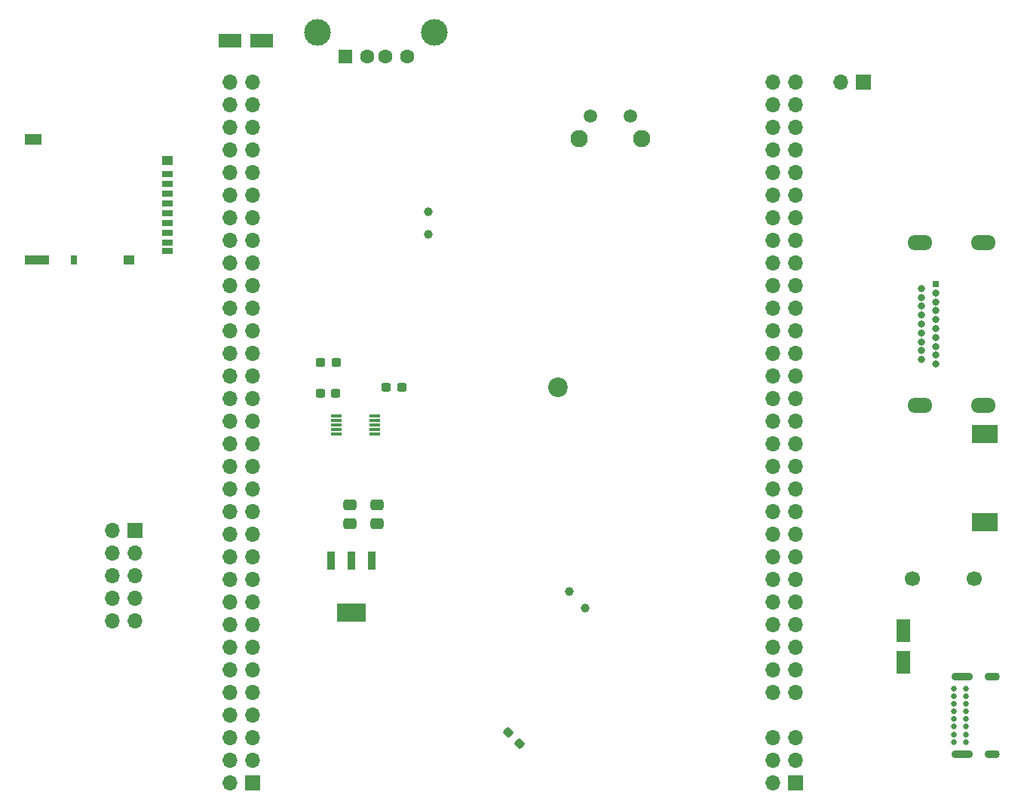
<source format=gbr>
%TF.GenerationSoftware,KiCad,Pcbnew,7.0.1*%
%TF.CreationDate,2023-08-01T19:12:31-07:00*%
%TF.ProjectId,expansionboardA,65787061-6e73-4696-9f6e-626f61726441,3*%
%TF.SameCoordinates,Original*%
%TF.FileFunction,Soldermask,Bot*%
%TF.FilePolarity,Negative*%
%FSLAX46Y46*%
G04 Gerber Fmt 4.6, Leading zero omitted, Abs format (unit mm)*
G04 Created by KiCad (PCBNEW 7.0.1) date 2023-08-01 19:12:31*
%MOMM*%
%LPD*%
G01*
G04 APERTURE LIST*
G04 Aperture macros list*
%AMRoundRect*
0 Rectangle with rounded corners*
0 $1 Rounding radius*
0 $2 $3 $4 $5 $6 $7 $8 $9 X,Y pos of 4 corners*
0 Add a 4 corners polygon primitive as box body*
4,1,4,$2,$3,$4,$5,$6,$7,$8,$9,$2,$3,0*
0 Add four circle primitives for the rounded corners*
1,1,$1+$1,$2,$3*
1,1,$1+$1,$4,$5*
1,1,$1+$1,$6,$7*
1,1,$1+$1,$8,$9*
0 Add four rect primitives between the rounded corners*
20,1,$1+$1,$2,$3,$4,$5,0*
20,1,$1+$1,$4,$5,$6,$7,0*
20,1,$1+$1,$6,$7,$8,$9,0*
20,1,$1+$1,$8,$9,$2,$3,0*%
G04 Aperture macros list end*
%ADD10R,1.308100X0.304800*%
%ADD11C,1.498000*%
%ADD12C,1.950000*%
%ADD13R,3.000000X2.000000*%
%ADD14R,1.700000X1.700000*%
%ADD15O,1.700000X1.700000*%
%ADD16C,1.700000*%
%ADD17C,1.000000*%
%ADD18C,2.200000*%
%ADD19RoundRect,0.237500X0.344715X-0.008839X-0.008839X0.344715X-0.344715X0.008839X0.008839X-0.344715X0*%
%ADD20R,0.950000X2.150000*%
%ADD21R,3.250000X2.150000*%
%ADD22RoundRect,0.250000X0.550000X-1.050000X0.550000X1.050000X-0.550000X1.050000X-0.550000X-1.050000X0*%
%ADD23RoundRect,0.237500X-0.300000X-0.237500X0.300000X-0.237500X0.300000X0.237500X-0.300000X0.237500X0*%
%ADD24RoundRect,0.250000X1.050000X0.550000X-1.050000X0.550000X-1.050000X-0.550000X1.050000X-0.550000X0*%
%ADD25C,0.650000*%
%ADD26O,1.700000X0.900000*%
%ADD27O,2.400000X0.900000*%
%ADD28R,0.800000X0.800000*%
%ADD29C,0.800000*%
%ADD30O,2.800000X1.700000*%
%ADD31R,1.200000X0.700000*%
%ADD32R,1.200000X1.000000*%
%ADD33R,2.800000X1.000000*%
%ADD34R,1.900000X1.300000*%
%ADD35R,0.800000X1.000000*%
%ADD36RoundRect,0.250000X0.475000X-0.337500X0.475000X0.337500X-0.475000X0.337500X-0.475000X-0.337500X0*%
%ADD37R,1.600000X1.500000*%
%ADD38C,1.600000*%
%ADD39C,3.000000*%
G04 APERTURE END LIST*
D10*
%TO.C,U6*%
X57683400Y-82702400D03*
X57683400Y-82194400D03*
X57683400Y-81686400D03*
X57683400Y-81178400D03*
X57683400Y-80670400D03*
X61988700Y-80670400D03*
X61988700Y-81178400D03*
X61988700Y-81686400D03*
X61988700Y-82194400D03*
X61988700Y-82702400D03*
%TD*%
D11*
%TO.C,RESETN1*%
X90678000Y-46990000D03*
X86178000Y-46990000D03*
D12*
X91933000Y-49480000D03*
X84923000Y-49480000D03*
%TD*%
D13*
%TO.C,LSRIGHT1*%
X130498000Y-92555000D03*
X130498000Y-82705000D03*
%TD*%
D14*
%TO.C,ADC1*%
X35052000Y-93566000D03*
D15*
X32512000Y-93566000D03*
X35052000Y-96106000D03*
X32512000Y-96106000D03*
X35052000Y-98646000D03*
X32512000Y-98646000D03*
X35052000Y-101186000D03*
X32512000Y-101186000D03*
X35052000Y-103726000D03*
X32512000Y-103726000D03*
%TD*%
D16*
%TO.C,AU1*%
X129297000Y-98916000D03*
X122297000Y-98916000D03*
%TD*%
D17*
%TO.C,Y1*%
X85608971Y-102212210D03*
X83812920Y-100416159D03*
%TD*%
D18*
%TO.C,REF\u002A\u002A*%
X82550000Y-77470000D03*
%TD*%
D14*
%TO.C,J4*%
X116845000Y-43180000D03*
D15*
X114305000Y-43180000D03*
%TD*%
D17*
%TO.C,Y2*%
X67976800Y-60278800D03*
X67976800Y-57738800D03*
%TD*%
D19*
%TO.C,R19*%
X78218735Y-117485235D03*
X76928265Y-116194765D03*
%TD*%
D20*
%TO.C,VR1*%
X57009000Y-96951800D03*
X59309000Y-96951800D03*
X61609000Y-96951800D03*
D21*
X59309000Y-102751800D03*
%TD*%
D22*
%TO.C,C5*%
X121285000Y-108375000D03*
X121285000Y-104775000D03*
%TD*%
D23*
%TO.C,C12*%
X63272500Y-77470000D03*
X64997500Y-77470000D03*
%TD*%
D24*
%TO.C,C20*%
X49276000Y-38481000D03*
X45676000Y-38481000D03*
%TD*%
D14*
%TO.C,U2*%
X48220000Y-121920000D03*
D15*
X45680000Y-121920000D03*
X48220000Y-119380000D03*
X45680000Y-119380000D03*
X48220000Y-116840000D03*
X45680000Y-116840000D03*
X48220000Y-114300000D03*
X45680000Y-114300000D03*
X48220000Y-111760000D03*
X45680000Y-111760000D03*
X48220000Y-109220000D03*
X45680000Y-109220000D03*
X48220000Y-106680000D03*
X45680000Y-106680000D03*
X48220000Y-104140000D03*
X45680000Y-104140000D03*
X48220000Y-101600000D03*
X45680000Y-101600000D03*
X48220000Y-99060000D03*
X45680000Y-99060000D03*
X48220000Y-96520000D03*
X45680000Y-96520000D03*
X48220000Y-93980000D03*
X45680000Y-93980000D03*
X48220000Y-91440000D03*
X45680000Y-91440000D03*
X48220000Y-88900000D03*
X45680000Y-88900000D03*
X48220000Y-86360000D03*
X45680000Y-86360000D03*
X48220000Y-83820000D03*
X45680000Y-83820000D03*
X48220000Y-81280000D03*
X45680000Y-81280000D03*
X48220000Y-78740000D03*
X45680000Y-78740000D03*
X48220000Y-76200000D03*
X45680000Y-76200000D03*
X48220000Y-73660000D03*
X45680000Y-73660000D03*
X48220000Y-71120000D03*
X45680000Y-71120000D03*
X48220000Y-68580000D03*
X45680000Y-68580000D03*
X48220000Y-66040000D03*
X45680000Y-66040000D03*
X48220000Y-63500000D03*
X45680000Y-63500000D03*
X48220000Y-60960000D03*
X45680000Y-60960000D03*
X48220000Y-58420000D03*
X45680000Y-58420000D03*
X48220000Y-55880000D03*
X45680000Y-55880000D03*
X48220000Y-53340000D03*
X45680000Y-53340000D03*
X48220000Y-50800000D03*
X45680000Y-50800000D03*
X48220000Y-48260000D03*
X45680000Y-48260000D03*
X48220000Y-45720000D03*
X45680000Y-45720000D03*
X48220000Y-43180000D03*
X45680000Y-43180000D03*
%TD*%
D14*
%TO.C,U4*%
X109220000Y-121920000D03*
D15*
X106680000Y-121920000D03*
X109220000Y-119380000D03*
X106680000Y-119380000D03*
X109220000Y-116840000D03*
X106680000Y-116840000D03*
X109220000Y-111760000D03*
X106680000Y-111760000D03*
X109220000Y-109220000D03*
X106680000Y-109220000D03*
X109220000Y-106680000D03*
X106680000Y-106680000D03*
X109220000Y-104140000D03*
X106680000Y-104140000D03*
X109220000Y-101600000D03*
X106680000Y-101600000D03*
X109220000Y-99060000D03*
X106680000Y-99060000D03*
X109220000Y-96520000D03*
X106680000Y-96520000D03*
X109220000Y-93980000D03*
X106680000Y-93980000D03*
X109220000Y-91440000D03*
X106680000Y-91440000D03*
X109220000Y-88900000D03*
X106680000Y-88900000D03*
X109220000Y-86360000D03*
X106680000Y-86360000D03*
X109220000Y-83820000D03*
X106680000Y-83820000D03*
X109220000Y-81280000D03*
X106680000Y-81280000D03*
X109220000Y-78740000D03*
X106680000Y-78740000D03*
X109220000Y-76200000D03*
X106680000Y-76200000D03*
X109220000Y-73660000D03*
X106680000Y-73660000D03*
X109220000Y-71120000D03*
X106680000Y-71120000D03*
X109220000Y-68580000D03*
X106680000Y-68580000D03*
X109220000Y-66040000D03*
X106680000Y-66040000D03*
X109220000Y-63500000D03*
X106680000Y-63500000D03*
X109220000Y-60960000D03*
X106680000Y-60960000D03*
X109220000Y-58420000D03*
X106680000Y-58420000D03*
X109220000Y-55880000D03*
X106680000Y-55880000D03*
X109220000Y-53340000D03*
X106680000Y-53340000D03*
X109220000Y-50800000D03*
X106680000Y-50800000D03*
X109220000Y-48260000D03*
X106680000Y-48260000D03*
X109220000Y-45720000D03*
X106680000Y-45720000D03*
X109220000Y-43180000D03*
X106680000Y-43180000D03*
%TD*%
D25*
%TO.C,P1*%
X126958000Y-111332000D03*
X126958000Y-112182000D03*
X126958000Y-113032000D03*
X126958000Y-113882000D03*
X126958000Y-114732000D03*
X126958000Y-115582000D03*
X126958000Y-116432000D03*
X126958000Y-117282000D03*
X128308000Y-117282000D03*
X128308000Y-116432000D03*
X128308000Y-115582000D03*
X128308000Y-114732000D03*
X128308000Y-113882000D03*
X128308000Y-113032000D03*
X128308000Y-112182000D03*
X128308000Y-111332000D03*
D26*
X131318000Y-109982000D03*
X131318000Y-118632000D03*
D27*
X127938000Y-109982000D03*
X127938000Y-118632000D03*
%TD*%
D28*
%TO.C,J3*%
X124922000Y-65832600D03*
D29*
X123372000Y-66332600D03*
X124922000Y-66832600D03*
X123372000Y-67332600D03*
X124922000Y-67832600D03*
X123372000Y-68332600D03*
X124922000Y-68832600D03*
X123372000Y-69332600D03*
X124922000Y-69832600D03*
X123372000Y-70332600D03*
X124922000Y-70832600D03*
X123372000Y-71332600D03*
X124922000Y-71832600D03*
X123372000Y-72332600D03*
X124922000Y-72832600D03*
X123372000Y-73332600D03*
X124922000Y-73832600D03*
X123372000Y-74332600D03*
X124922000Y-74832600D03*
D30*
X123202000Y-79482600D03*
X123202000Y-61182600D03*
X130302000Y-61182600D03*
X130302000Y-79482600D03*
%TD*%
D31*
%TO.C,CRD1*%
X38671200Y-53492000D03*
X38671200Y-54592000D03*
X38671200Y-55692000D03*
X38671200Y-56792000D03*
X38671200Y-57892000D03*
X38671200Y-58992000D03*
X38671200Y-60092000D03*
X38671200Y-61192000D03*
D32*
X34371200Y-63092000D03*
D33*
X24021200Y-63092000D03*
D34*
X23571200Y-49592000D03*
D32*
X38671200Y-51942000D03*
D35*
X28171200Y-63092000D03*
D31*
X38671200Y-62142000D03*
%TD*%
D36*
%TO.C,C6*%
X59182000Y-92731500D03*
X59182000Y-90656500D03*
%TD*%
D23*
%TO.C,C11*%
X55906500Y-74676000D03*
X57631500Y-74676000D03*
%TD*%
D37*
%TO.C,J2*%
X58619800Y-40285000D03*
D38*
X61119800Y-40285000D03*
X63119800Y-40285000D03*
X65619800Y-40285000D03*
D39*
X55549800Y-37575000D03*
X68689800Y-37575000D03*
%TD*%
D23*
%TO.C,C10*%
X55855700Y-78079600D03*
X57580700Y-78079600D03*
%TD*%
D36*
%TO.C,C7*%
X62230000Y-92731500D03*
X62230000Y-90656500D03*
%TD*%
M02*

</source>
